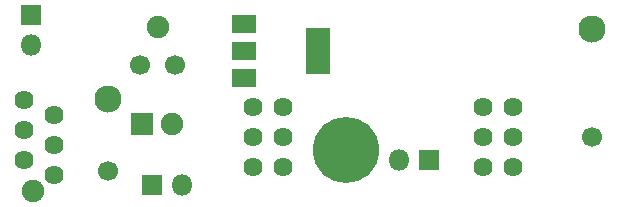
<source format=gts>
G04 #@! TF.FileFunction,Soldermask,Top*
%FSLAX46Y46*%
G04 Gerber Fmt 4.6, Leading zero omitted, Abs format (unit mm)*
G04 Created by KiCad (PCBNEW 4.0.7) date 03/23/18 08:01:55*
%MOMM*%
%LPD*%
G01*
G04 APERTURE LIST*
%ADD10C,0.127000*%
%ADD11C,1.700000*%
%ADD12C,1.900000*%
%ADD13C,2.300000*%
%ADD14R,1.800000X1.800000*%
%ADD15O,1.800000X1.800000*%
%ADD16C,1.624000*%
%ADD17C,5.600000*%
%ADD18R,2.100000X3.900000*%
%ADD19R,2.100000X1.600000*%
%ADD20R,1.900000X1.900000*%
G04 APERTURE END LIST*
D10*
D11*
X127762000Y-97002600D03*
X130721000Y-97002600D03*
D12*
X129235000Y-93764100D03*
D11*
X125006000Y-105956000D03*
X166040000Y-103060000D03*
D13*
X125019000Y-99872800D03*
D14*
X128753000Y-107137000D03*
D15*
X131293000Y-107137000D03*
D14*
X118542000Y-92786200D03*
D15*
X118542000Y-95326200D03*
D16*
X117958000Y-99949000D03*
X117958000Y-102489000D03*
X117958000Y-105029000D03*
X120498000Y-101219000D03*
X120498000Y-103759000D03*
X120498000Y-106299000D03*
D12*
X118694600Y-107645200D03*
D14*
X152197000Y-105004000D03*
D15*
X149657000Y-105004000D03*
D16*
X159360000Y-100508000D03*
X159360000Y-103048000D03*
X159360000Y-105588000D03*
X156820000Y-100508000D03*
X156820000Y-103048000D03*
X156820000Y-105588000D03*
X139827000Y-100508000D03*
X139827000Y-103048000D03*
X139827000Y-105588000D03*
X137287000Y-100508000D03*
X137287000Y-103048000D03*
X137287000Y-105588000D03*
D13*
X165989000Y-93929200D03*
D17*
X145174000Y-104153000D03*
D18*
X142850000Y-95808800D03*
D19*
X136550000Y-95808800D03*
X136550000Y-98108800D03*
X136550000Y-93508800D03*
D20*
X127940000Y-101956000D03*
D12*
X130480000Y-101956000D03*
M02*

</source>
